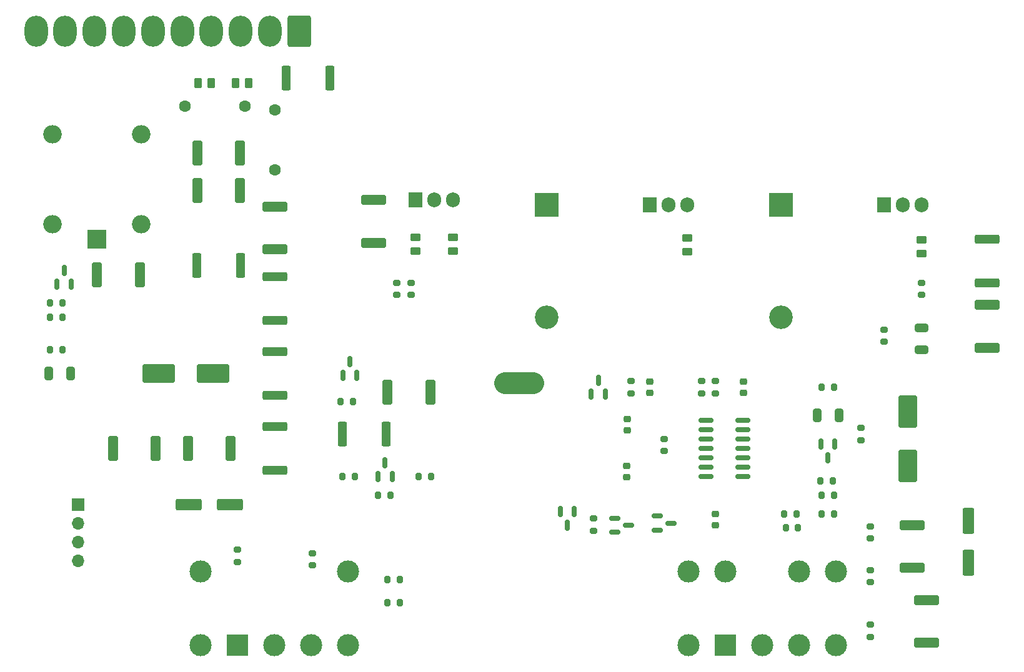
<source format=gbr>
%TF.GenerationSoftware,KiCad,Pcbnew,7.0.5*%
%TF.CreationDate,2023-12-08T14:16:09+03:00*%
%TF.ProjectId,wireFeeding,77697265-4665-4656-9469-6e672e6b6963,rev?*%
%TF.SameCoordinates,Original*%
%TF.FileFunction,Soldermask,Top*%
%TF.FilePolarity,Negative*%
%FSLAX46Y46*%
G04 Gerber Fmt 4.6, Leading zero omitted, Abs format (unit mm)*
G04 Created by KiCad (PCBNEW 7.0.5) date 2023-12-08 14:16:09*
%MOMM*%
%LPD*%
G01*
G04 APERTURE LIST*
G04 Aperture macros list*
%AMRoundRect*
0 Rectangle with rounded corners*
0 $1 Rounding radius*
0 $2 $3 $4 $5 $6 $7 $8 $9 X,Y pos of 4 corners*
0 Add a 4 corners polygon primitive as box body*
4,1,4,$2,$3,$4,$5,$6,$7,$8,$9,$2,$3,0*
0 Add four circle primitives for the rounded corners*
1,1,$1+$1,$2,$3*
1,1,$1+$1,$4,$5*
1,1,$1+$1,$6,$7*
1,1,$1+$1,$8,$9*
0 Add four rect primitives between the rounded corners*
20,1,$1+$1,$2,$3,$4,$5,0*
20,1,$1+$1,$4,$5,$6,$7,0*
20,1,$1+$1,$6,$7,$8,$9,0*
20,1,$1+$1,$8,$9,$2,$3,0*%
G04 Aperture macros list end*
%ADD10C,3.000000*%
%ADD11R,1.700000X1.700000*%
%ADD12O,1.700000X1.700000*%
%ADD13RoundRect,0.250000X1.330000X1.850000X-1.330000X1.850000X-1.330000X-1.850000X1.330000X-1.850000X0*%
%ADD14O,3.160000X4.200000*%
%ADD15RoundRect,0.150000X-0.825000X-0.150000X0.825000X-0.150000X0.825000X0.150000X-0.825000X0.150000X0*%
%ADD16RoundRect,0.200000X0.200000X0.275000X-0.200000X0.275000X-0.200000X-0.275000X0.200000X-0.275000X0*%
%ADD17RoundRect,0.250000X1.950000X1.000000X-1.950000X1.000000X-1.950000X-1.000000X1.950000X-1.000000X0*%
%ADD18RoundRect,0.250000X-0.362500X-1.425000X0.362500X-1.425000X0.362500X1.425000X-0.362500X1.425000X0*%
%ADD19RoundRect,0.250000X-1.425000X0.425000X-1.425000X-0.425000X1.425000X-0.425000X1.425000X0.425000X0*%
%ADD20R,1.905000X2.000000*%
%ADD21O,1.905000X2.000000*%
%ADD22RoundRect,0.250000X-0.450000X0.262500X-0.450000X-0.262500X0.450000X-0.262500X0.450000X0.262500X0*%
%ADD23RoundRect,0.200000X-0.200000X-0.275000X0.200000X-0.275000X0.200000X0.275000X-0.200000X0.275000X0*%
%ADD24RoundRect,0.200000X-0.275000X0.200000X-0.275000X-0.200000X0.275000X-0.200000X0.275000X0.200000X0*%
%ADD25RoundRect,0.250000X-1.425000X0.362500X-1.425000X-0.362500X1.425000X-0.362500X1.425000X0.362500X0*%
%ADD26RoundRect,0.150000X0.150000X-0.587500X0.150000X0.587500X-0.150000X0.587500X-0.150000X-0.587500X0*%
%ADD27RoundRect,0.150000X-0.587500X-0.150000X0.587500X-0.150000X0.587500X0.150000X-0.587500X0.150000X0*%
%ADD28C,3.000000*%
%ADD29R,3.000000X3.000000*%
%ADD30RoundRect,0.250000X1.500000X0.550000X-1.500000X0.550000X-1.500000X-0.550000X1.500000X-0.550000X0*%
%ADD31C,1.600000*%
%ADD32RoundRect,0.225000X-0.250000X0.225000X-0.250000X-0.225000X0.250000X-0.225000X0.250000X0.225000X0*%
%ADD33R,3.200000X3.200000*%
%ADD34O,3.200000X3.200000*%
%ADD35RoundRect,0.250000X-0.262500X-0.450000X0.262500X-0.450000X0.262500X0.450000X-0.262500X0.450000X0*%
%ADD36RoundRect,0.200000X0.275000X-0.200000X0.275000X0.200000X-0.275000X0.200000X-0.275000X-0.200000X0*%
%ADD37RoundRect,0.250000X-0.425000X-1.425000X0.425000X-1.425000X0.425000X1.425000X-0.425000X1.425000X0*%
%ADD38RoundRect,0.250000X0.425000X1.425000X-0.425000X1.425000X-0.425000X-1.425000X0.425000X-1.425000X0*%
%ADD39RoundRect,0.250000X1.000000X-1.950000X1.000000X1.950000X-1.000000X1.950000X-1.000000X-1.950000X0*%
%ADD40RoundRect,0.250000X0.325000X0.650000X-0.325000X0.650000X-0.325000X-0.650000X0.325000X-0.650000X0*%
%ADD41RoundRect,0.250000X-0.325000X-0.650000X0.325000X-0.650000X0.325000X0.650000X-0.325000X0.650000X0*%
%ADD42RoundRect,0.150000X-0.150000X0.587500X-0.150000X-0.587500X0.150000X-0.587500X0.150000X0.587500X0*%
%ADD43R,2.500000X2.500000*%
%ADD44O,2.500000X2.500000*%
%ADD45RoundRect,0.250000X0.550000X-1.500000X0.550000X1.500000X-0.550000X1.500000X-0.550000X-1.500000X0*%
%ADD46RoundRect,0.250000X1.425000X-0.425000X1.425000X0.425000X-1.425000X0.425000X-1.425000X-0.425000X0*%
%ADD47RoundRect,0.250000X-0.650000X0.325000X-0.650000X-0.325000X0.650000X-0.325000X0.650000X0.325000X0*%
G04 APERTURE END LIST*
D10*
X118745000Y-80020000D02*
X122555000Y-80020000D01*
D11*
%TO.C,J2*%
X60960000Y-96520000D03*
D12*
X60960000Y-99060000D03*
X60960000Y-101600000D03*
X60960000Y-104140000D03*
%TD*%
D13*
%TO.C,J1*%
X90885000Y-32395000D03*
D14*
X86925000Y-32395000D03*
X82965000Y-32395000D03*
X79005000Y-32395000D03*
X75045000Y-32395000D03*
X71085000Y-32395000D03*
X67125000Y-32395000D03*
X63165000Y-32395000D03*
X59205000Y-32395000D03*
X55245000Y-32395000D03*
%TD*%
D15*
%TO.C,U2*%
X146050000Y-85090000D03*
X146050000Y-86360000D03*
X146050000Y-87630000D03*
X146050000Y-88900000D03*
X146050000Y-90170000D03*
X146050000Y-91440000D03*
X146050000Y-92710000D03*
X151000000Y-92710000D03*
X151000000Y-91440000D03*
X151000000Y-90170000D03*
X151000000Y-88900000D03*
X151000000Y-87630000D03*
X151000000Y-86360000D03*
X151000000Y-85090000D03*
%TD*%
D16*
%TO.C,R25*%
X103250000Y-95260000D03*
X101600000Y-95260000D03*
%TD*%
D17*
%TO.C,C8*%
X79265000Y-78750000D03*
X71865000Y-78750000D03*
%TD*%
D18*
%TO.C,R23*%
X96732500Y-87005000D03*
X102657500Y-87005000D03*
%TD*%
D19*
%TO.C,D7*%
X175895000Y-109495000D03*
X175895000Y-115295000D03*
%TD*%
D20*
%TO.C,SCR2*%
X138430000Y-55880000D03*
D21*
X140970000Y-55880000D03*
X143510000Y-55880000D03*
%TD*%
D22*
%TO.C,R27*%
X175260000Y-60692500D03*
X175260000Y-62517500D03*
%TD*%
D23*
%TO.C,R31*%
X57150000Y-69225000D03*
X58800000Y-69225000D03*
%TD*%
D24*
%TO.C,R45*%
X106045000Y-66495000D03*
X106045000Y-68145000D03*
%TD*%
D25*
%TO.C,R2A1*%
X87630000Y-85937500D03*
X87630000Y-91862500D03*
%TD*%
D24*
%TO.C,R34*%
X175260000Y-66495000D03*
X175260000Y-68145000D03*
%TD*%
D26*
%TO.C,T4*%
X58105000Y-66655000D03*
X60005000Y-66655000D03*
X59055000Y-64780000D03*
%TD*%
D23*
%TO.C,R42*%
X57150000Y-75575000D03*
X58800000Y-75575000D03*
%TD*%
D27*
%TO.C,T1*%
X139397500Y-98120000D03*
X139397500Y-100020000D03*
X141272500Y-99070000D03*
%TD*%
D22*
%TO.C,R19*%
X106680000Y-60325000D03*
X106680000Y-62150000D03*
%TD*%
D24*
%TO.C,R7*%
X147320000Y-79830000D03*
X147320000Y-81480000D03*
%TD*%
D28*
%TO.C,RV1*%
X77550000Y-115580000D03*
X97550000Y-115580000D03*
X77550000Y-105580000D03*
X97550000Y-105580000D03*
D29*
X82550000Y-115580000D03*
D28*
X87550000Y-115580000D03*
X92550000Y-115580000D03*
%TD*%
D24*
%TO.C,R35*%
X104140000Y-66495000D03*
X104140000Y-68145000D03*
%TD*%
D30*
%TO.C,C1*%
X81540000Y-96520000D03*
X75940000Y-96520000D03*
%TD*%
D31*
%TO.C,C12*%
X87630000Y-43016000D03*
X87630000Y-51144000D03*
%TD*%
D24*
%TO.C,R5*%
X135890000Y-79830000D03*
X135890000Y-81480000D03*
%TD*%
D32*
%TO.C,C5*%
X151130000Y-79880000D03*
X151130000Y-81430000D03*
%TD*%
D33*
%TO.C,D2*%
X156210000Y-55880000D03*
D34*
X156210000Y-71120000D03*
%TD*%
D32*
%TO.C,C10*%
X135395000Y-84960000D03*
X135395000Y-86510000D03*
%TD*%
D35*
%TO.C,R16*%
X77192500Y-39380000D03*
X79017500Y-39380000D03*
%TD*%
D22*
%TO.C,R21*%
X143510000Y-60415000D03*
X143510000Y-62240000D03*
%TD*%
D24*
%TO.C,R33*%
X145415000Y-79830000D03*
X145415000Y-81480000D03*
%TD*%
D18*
%TO.C,R0*%
X89112500Y-38745000D03*
X95037500Y-38745000D03*
%TD*%
D36*
%TO.C,R40*%
X168275000Y-114500000D03*
X168275000Y-112850000D03*
%TD*%
D37*
%TO.C,D3*%
X77110000Y-48905000D03*
X82910000Y-48905000D03*
%TD*%
D25*
%TO.C,R1*%
X87630000Y-65617500D03*
X87630000Y-71542500D03*
%TD*%
D16*
%TO.C,R10*%
X108775000Y-92720000D03*
X107125000Y-92720000D03*
%TD*%
D24*
%TO.C,R44*%
X92710000Y-103135000D03*
X92710000Y-104785000D03*
%TD*%
D38*
%TO.C,D4*%
X108670000Y-81280000D03*
X102870000Y-81280000D03*
%TD*%
D31*
%TO.C,C6*%
X75391000Y-42555000D03*
X83519000Y-42555000D03*
%TD*%
D23*
%TO.C,R9*%
X161735000Y-97800000D03*
X163385000Y-97800000D03*
%TD*%
D33*
%TO.C,D1*%
X124460000Y-55880000D03*
D34*
X124460000Y-71120000D03*
%TD*%
D22*
%TO.C,R20*%
X111760000Y-60325000D03*
X111760000Y-62150000D03*
%TD*%
D26*
%TO.C,D12*%
X130495000Y-81592500D03*
X132395000Y-81592500D03*
X131445000Y-79717500D03*
%TD*%
D39*
%TO.C,C2*%
X173355000Y-91330000D03*
X173355000Y-83930000D03*
%TD*%
D26*
%TO.C,T3*%
X101600000Y-92720000D03*
X103500000Y-92720000D03*
X102550000Y-90845000D03*
%TD*%
D37*
%TO.C,D5*%
X77110000Y-53985000D03*
X82910000Y-53985000D03*
%TD*%
D28*
%TO.C,RV2*%
X143670000Y-115580000D03*
X163670000Y-115580000D03*
X143670000Y-105580000D03*
X163670000Y-105580000D03*
D29*
X148670000Y-115580000D03*
D28*
X153670000Y-115580000D03*
X158670000Y-115580000D03*
X148670000Y-105580000D03*
X158670000Y-105580000D03*
%TD*%
D25*
%TO.C,R2B1*%
X87630000Y-75777500D03*
X87630000Y-81702500D03*
%TD*%
D36*
%TO.C,R28*%
X168275000Y-107070000D03*
X168275000Y-105420000D03*
%TD*%
D40*
%TO.C,C7*%
X164035000Y-84465000D03*
X161085000Y-84465000D03*
%TD*%
D27*
%TO.C,D9*%
X133682500Y-98435000D03*
X133654800Y-100299400D03*
X135534400Y-99385000D03*
%TD*%
D41*
%TO.C,C11*%
X56945000Y-78740000D03*
X59895000Y-78740000D03*
%TD*%
D24*
%TO.C,R6*%
X170180000Y-72845000D03*
X170180000Y-74495000D03*
%TD*%
D23*
%TO.C,R13*%
X161735000Y-80645000D03*
X163385000Y-80645000D03*
%TD*%
D32*
%TO.C,C14*%
X135255000Y-91310000D03*
X135255000Y-92860000D03*
%TD*%
D20*
%TO.C,SCR3*%
X170180000Y-55880000D03*
D21*
X172720000Y-55880000D03*
X175260000Y-55880000D03*
%TD*%
D23*
%TO.C,R24*%
X96775000Y-92720000D03*
X98425000Y-92720000D03*
%TD*%
%TO.C,R32*%
X57150000Y-71120000D03*
X58800000Y-71120000D03*
%TD*%
D24*
%TO.C,R41*%
X167005000Y-86180000D03*
X167005000Y-87830000D03*
%TD*%
D42*
%TO.C,D16*%
X163510000Y-88305000D03*
X161610000Y-88305000D03*
X162560000Y-90180000D03*
%TD*%
D43*
%TO.C,K1*%
X63500000Y-60565000D03*
D44*
X69500000Y-58565000D03*
X69500000Y-46365000D03*
X57500000Y-46365000D03*
X57500000Y-58565000D03*
%TD*%
D26*
%TO.C,T2*%
X96840000Y-79052500D03*
X98740000Y-79052500D03*
X97790000Y-77177500D03*
%TD*%
D38*
%TO.C,DZ3*%
X81640000Y-88900000D03*
X75840000Y-88900000D03*
%TD*%
%TO.C,D15*%
X69300000Y-65415000D03*
X63500000Y-65415000D03*
%TD*%
D23*
%TO.C,R43*%
X102870000Y-106690000D03*
X104520000Y-106690000D03*
%TD*%
D24*
%TO.C,R4*%
X82550000Y-102690000D03*
X82550000Y-104340000D03*
%TD*%
%TO.C,R18*%
X130810000Y-98435000D03*
X130810000Y-100085000D03*
%TD*%
D19*
%TO.C,D11*%
X87630000Y-56165000D03*
X87630000Y-61965000D03*
%TD*%
D24*
%TO.C,R8*%
X140335000Y-87640000D03*
X140335000Y-89290000D03*
%TD*%
D45*
%TO.C,C13*%
X181610000Y-104400000D03*
X181610000Y-98800000D03*
%TD*%
D32*
%TO.C,C9*%
X147320000Y-97800000D03*
X147320000Y-99350000D03*
%TD*%
D19*
%TO.C,D6*%
X173990000Y-99335000D03*
X173990000Y-105135000D03*
%TD*%
D25*
%TO.C,R26*%
X184150000Y-60537500D03*
X184150000Y-66462500D03*
%TD*%
D23*
%TO.C,R11*%
X161735000Y-95260000D03*
X163385000Y-95260000D03*
%TD*%
D20*
%TO.C,SCR1*%
X106680000Y-55245000D03*
D21*
X109220000Y-55245000D03*
X111760000Y-55245000D03*
%TD*%
D23*
%TO.C,R14*%
X156655000Y-97800000D03*
X158305000Y-97800000D03*
%TD*%
D36*
%TO.C,R29*%
X168275000Y-101165000D03*
X168275000Y-99515000D03*
%TD*%
D46*
%TO.C,DZ2*%
X184150000Y-75290000D03*
X184150000Y-69490000D03*
%TD*%
D35*
%TO.C,R15*%
X82272500Y-39380000D03*
X84097500Y-39380000D03*
%TD*%
D23*
%TO.C,R3*%
X102870000Y-109865000D03*
X104520000Y-109865000D03*
%TD*%
D32*
%TO.C,C4*%
X138430000Y-79880000D03*
X138430000Y-81430000D03*
%TD*%
D16*
%TO.C,R30*%
X158495000Y-99705000D03*
X156845000Y-99705000D03*
%TD*%
D23*
%TO.C,R12*%
X161545000Y-93355000D03*
X163195000Y-93355000D03*
%TD*%
D47*
%TO.C,C3*%
X175260000Y-72625000D03*
X175260000Y-75575000D03*
%TD*%
D18*
%TO.C,R17*%
X77047500Y-64155000D03*
X82972500Y-64155000D03*
%TD*%
D42*
%TO.C,D14*%
X128204000Y-97497500D03*
X126304000Y-97497500D03*
X127254000Y-99372500D03*
%TD*%
D38*
%TO.C,DZ1*%
X71480000Y-88900000D03*
X65680000Y-88900000D03*
%TD*%
D23*
%TO.C,R22*%
X96520000Y-82560000D03*
X98170000Y-82560000D03*
%TD*%
D46*
%TO.C,D10*%
X100965000Y-61055000D03*
X100965000Y-55255000D03*
%TD*%
M02*

</source>
